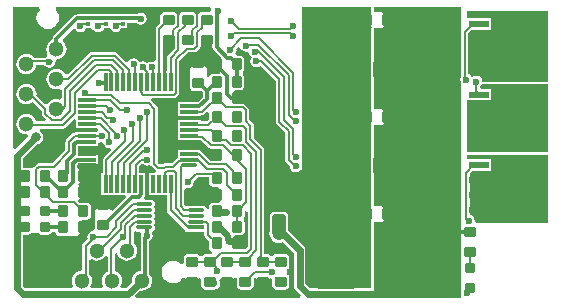
<source format=gtl>
G04*
G04 #@! TF.GenerationSoftware,Altium Limited,Altium Designer,18.0.11 (651)*
G04*
G04 Layer_Physical_Order=1*
G04 Layer_Color=255*
%FSLAX43Y43*%
%MOMM*%
G71*
G01*
G75*
%ADD10C,0.200*%
G04:AMPARAMS|DCode=37|XSize=1mm|YSize=0.9mm|CornerRadius=0.113mm|HoleSize=0mm|Usage=FLASHONLY|Rotation=90.000|XOffset=0mm|YOffset=0mm|HoleType=Round|Shape=RoundedRectangle|*
%AMROUNDEDRECTD37*
21,1,1.000,0.675,0,0,90.0*
21,1,0.775,0.900,0,0,90.0*
1,1,0.225,0.338,0.388*
1,1,0.225,0.338,-0.388*
1,1,0.225,-0.338,-0.388*
1,1,0.225,-0.338,0.388*
%
%ADD37ROUNDEDRECTD37*%
%ADD38R,0.300X0.300*%
G04:AMPARAMS|DCode=39|XSize=5mm|YSize=4mm|CornerRadius=1mm|HoleSize=0mm|Usage=FLASHONLY|Rotation=270.000|XOffset=0mm|YOffset=0mm|HoleType=Round|Shape=RoundedRectangle|*
%AMROUNDEDRECTD39*
21,1,5.000,2.000,0,0,270.0*
21,1,3.000,4.000,0,0,270.0*
1,1,2.000,-1.000,-1.500*
1,1,2.000,-1.000,1.500*
1,1,2.000,1.000,1.500*
1,1,2.000,1.000,-1.500*
%
%ADD39ROUNDEDRECTD39*%
G04:AMPARAMS|DCode=40|XSize=1mm|YSize=0.9mm|CornerRadius=0.113mm|HoleSize=0mm|Usage=FLASHONLY|Rotation=0.000|XOffset=0mm|YOffset=0mm|HoleType=Round|Shape=RoundedRectangle|*
%AMROUNDEDRECTD40*
21,1,1.000,0.675,0,0,0.0*
21,1,0.775,0.900,0,0,0.0*
1,1,0.225,0.388,-0.338*
1,1,0.225,-0.388,-0.338*
1,1,0.225,-0.388,0.338*
1,1,0.225,0.388,0.338*
%
%ADD40ROUNDEDRECTD40*%
G04:AMPARAMS|DCode=41|XSize=5mm|YSize=4mm|CornerRadius=1mm|HoleSize=0mm|Usage=FLASHONLY|Rotation=180.000|XOffset=0mm|YOffset=0mm|HoleType=Round|Shape=RoundedRectangle|*
%AMROUNDEDRECTD41*
21,1,5.000,2.000,0,0,180.0*
21,1,3.000,4.000,0,0,180.0*
1,1,2.000,-1.500,1.000*
1,1,2.000,1.500,1.000*
1,1,2.000,1.500,-1.000*
1,1,2.000,-1.500,-1.000*
%
%ADD41ROUNDEDRECTD41*%
%ADD42O,1.450X0.300*%
%ADD43R,1.450X0.300*%
%ADD44R,1.651X0.610*%
%ADD45R,4.623X4.521*%
G04:AMPARAMS|DCode=46|XSize=0.8mm|YSize=0.8mm|CornerRadius=0.1mm|HoleSize=0mm|Usage=FLASHONLY|Rotation=0.000|XOffset=0mm|YOffset=0mm|HoleType=Round|Shape=RoundedRectangle|*
%AMROUNDEDRECTD46*
21,1,0.800,0.600,0,0,0.0*
21,1,0.600,0.800,0,0,0.0*
1,1,0.200,0.300,-0.300*
1,1,0.200,-0.300,-0.300*
1,1,0.200,-0.300,0.300*
1,1,0.200,0.300,0.300*
%
%ADD46ROUNDEDRECTD46*%
G04:AMPARAMS|DCode=47|XSize=3.5mm|YSize=1.6mm|CornerRadius=0.2mm|HoleSize=0mm|Usage=FLASHONLY|Rotation=0.000|XOffset=0mm|YOffset=0mm|HoleType=Round|Shape=RoundedRectangle|*
%AMROUNDEDRECTD47*
21,1,3.500,1.200,0,0,0.0*
21,1,3.100,1.600,0,0,0.0*
1,1,0.400,1.550,-0.600*
1,1,0.400,-1.550,-0.600*
1,1,0.400,-1.550,0.600*
1,1,0.400,1.550,0.600*
%
%ADD47ROUNDEDRECTD47*%
G04:AMPARAMS|DCode=48|XSize=1.8mm|YSize=1.15mm|CornerRadius=0.144mm|HoleSize=0mm|Usage=FLASHONLY|Rotation=270.000|XOffset=0mm|YOffset=0mm|HoleType=Round|Shape=RoundedRectangle|*
%AMROUNDEDRECTD48*
21,1,1.800,0.863,0,0,270.0*
21,1,1.513,1.150,0,0,270.0*
1,1,0.288,-0.431,-0.756*
1,1,0.288,-0.431,0.756*
1,1,0.288,0.431,0.756*
1,1,0.288,0.431,-0.756*
%
%ADD48ROUNDEDRECTD48*%
G04:AMPARAMS|DCode=49|XSize=0.8mm|YSize=0.8mm|CornerRadius=0.1mm|HoleSize=0mm|Usage=FLASHONLY|Rotation=270.000|XOffset=0mm|YOffset=0mm|HoleType=Round|Shape=RoundedRectangle|*
%AMROUNDEDRECTD49*
21,1,0.800,0.600,0,0,270.0*
21,1,0.600,0.800,0,0,270.0*
1,1,0.200,-0.300,-0.300*
1,1,0.200,-0.300,0.300*
1,1,0.200,0.300,0.300*
1,1,0.200,0.300,-0.300*
%
%ADD49ROUNDEDRECTD49*%
%ADD50R,1.500X0.300*%
%ADD51R,0.300X1.500*%
%ADD52O,1.500X0.300*%
%ADD53C,0.500*%
%ADD54C,0.300*%
%ADD55C,0.575*%
%ADD56C,0.600*%
%ADD57C,1.300*%
%ADD58C,4.000*%
%ADD59C,0.600*%
%ADD60C,0.800*%
%ADD61C,0.700*%
%ADD62C,1.200*%
G36*
X16932Y24624D02*
X16885Y24451D01*
X16796Y24406D01*
X16163D01*
X16041Y24382D01*
X15937Y24313D01*
X15868Y24209D01*
X15852Y24128D01*
X15648D01*
X15632Y24209D01*
X15563Y24313D01*
X15459Y24382D01*
X15338Y24406D01*
X14563D01*
X14441Y24382D01*
X14337Y24313D01*
X14268Y24209D01*
X14252Y24128D01*
X14048D01*
X14032Y24209D01*
X13963Y24313D01*
X13859Y24382D01*
X13737Y24406D01*
X12962D01*
X12841Y24382D01*
X12737Y24313D01*
X12668Y24209D01*
X12644Y24087D01*
Y23501D01*
X12334Y23191D01*
X12267Y23092D01*
X12244Y22975D01*
X12244Y22975D01*
Y20327D01*
X12044Y20191D01*
X11950Y20210D01*
X11755Y20171D01*
X11702Y20135D01*
X11548Y20077D01*
X11400Y20136D01*
X11344Y20173D01*
X11149Y20212D01*
X10954Y20173D01*
X10761Y20272D01*
X10735Y20311D01*
X10569Y20422D01*
X10374Y20461D01*
X10179Y20422D01*
X10014Y20311D01*
X9958Y20228D01*
X9722Y20182D01*
X8988Y20916D01*
X8888Y20983D01*
X8771Y21006D01*
X8771Y21006D01*
X6829D01*
X6712Y20983D01*
X6613Y20916D01*
X4808Y19111D01*
X4607Y19131D01*
X4567Y19153D01*
X4446Y19311D01*
X4269Y19447D01*
X4062Y19533D01*
X3840Y19562D01*
X3618Y19533D01*
X3411Y19447D01*
X3234Y19311D01*
X3098Y19134D01*
X3012Y18927D01*
X2983Y18705D01*
X3012Y18483D01*
X3098Y18276D01*
X3234Y18099D01*
X3411Y17963D01*
X3618Y17877D01*
X3840Y17848D01*
X4062Y17877D01*
X4094Y17890D01*
X4294Y17757D01*
Y17113D01*
X4094Y16980D01*
X4062Y16993D01*
X3840Y17022D01*
X3618Y16993D01*
X3411Y16907D01*
X3234Y16771D01*
X3123Y16627D01*
X2899Y16568D01*
X2143Y17325D01*
X2157Y17435D01*
X2128Y17657D01*
X2042Y17864D01*
X1906Y18041D01*
X1729Y18177D01*
X1522Y18263D01*
X1300Y18292D01*
X1078Y18263D01*
X871Y18177D01*
X694Y18041D01*
X558Y17864D01*
X472Y17657D01*
X443Y17435D01*
X472Y17213D01*
X558Y17006D01*
X694Y16829D01*
X871Y16693D01*
X1078Y16607D01*
X1300Y16578D01*
X1522Y16607D01*
X1729Y16693D01*
X1831Y16771D01*
X2584Y16018D01*
Y15772D01*
X2584Y15771D01*
X2607Y15654D01*
X2674Y15555D01*
X2923Y15306D01*
X2847Y15121D01*
X2126D01*
X2042Y15324D01*
X1906Y15501D01*
X1729Y15637D01*
X1522Y15723D01*
X1300Y15752D01*
X1078Y15723D01*
X871Y15637D01*
X694Y15501D01*
X558Y15324D01*
X472Y15117D01*
X443Y14895D01*
X472Y14673D01*
X558Y14466D01*
X694Y14289D01*
X871Y14153D01*
X1078Y14067D01*
X1300Y14038D01*
X1339Y14043D01*
X1432Y13853D01*
X389Y12810D01*
X204Y12886D01*
Y24796D01*
X2359D01*
X2427Y24596D01*
X2422Y24593D01*
X2270Y24394D01*
X2174Y24163D01*
X2142Y23915D01*
X2174Y23667D01*
X2270Y23436D01*
X2422Y23237D01*
X2621Y23085D01*
X2852Y22989D01*
X3100Y22957D01*
X3348Y22989D01*
X3579Y23085D01*
X3778Y23237D01*
X3930Y23436D01*
X4026Y23667D01*
X4058Y23915D01*
X4026Y24163D01*
X3930Y24394D01*
X3778Y24593D01*
X3773Y24596D01*
X3841Y24796D01*
X16806D01*
X16932Y24624D01*
D02*
G37*
G36*
X17043Y21408D02*
X17070Y21271D01*
X17148Y21155D01*
X17739Y20564D01*
X17650Y20475D01*
Y19475D01*
X17748Y19377D01*
X17661Y19181D01*
X17063D01*
X16941Y19157D01*
X16837Y19088D01*
X16768Y18984D01*
X16750Y18893D01*
X16550Y18912D01*
Y19625D01*
X16350Y19825D01*
X15350D01*
X15150Y19625D01*
Y18825D01*
X15164Y18811D01*
X15144Y18712D01*
Y18037D01*
X15168Y17916D01*
X15237Y17812D01*
X15341Y17743D01*
X15462Y17719D01*
X16102D01*
X16243Y17577D01*
Y17203D01*
X15797Y16757D01*
X15050D01*
X15016Y16750D01*
X14100D01*
Y15550D01*
X16000D01*
Y15550D01*
X16159Y15648D01*
X16258Y15667D01*
X16357Y15734D01*
X16550Y15927D01*
X16744Y15838D01*
Y15301D01*
X16573Y15131D01*
X16270D01*
X16267Y15133D01*
X16160Y15154D01*
X16000Y15250D01*
X16000Y15250D01*
X16000Y15250D01*
X14100D01*
Y14550D01*
Y13550D01*
X15070D01*
X15100Y13544D01*
X15100Y13544D01*
X16040D01*
X16675Y12909D01*
X16675Y12909D01*
X16775Y12842D01*
X16892Y12819D01*
X17642D01*
X17650Y12800D01*
Y11806D01*
X16902D01*
X16141Y12566D01*
X16042Y12633D01*
X16000Y12641D01*
Y12750D01*
X14100D01*
Y12101D01*
X14047Y12066D01*
X14047Y12066D01*
X13587Y11606D01*
X13060D01*
X12943Y11583D01*
X12844Y11516D01*
X12844Y11516D01*
X12833Y11506D01*
X12603D01*
X12431Y11678D01*
Y15701D01*
X12431Y15701D01*
Y16199D01*
X12408Y16316D01*
X12341Y16415D01*
X12341Y16415D01*
X11865Y16891D01*
X11861Y16894D01*
X11921Y17094D01*
X13774D01*
X13774Y17094D01*
X13891Y17117D01*
X13991Y17184D01*
X14166Y17359D01*
X14166Y17359D01*
X14233Y17459D01*
X14256Y17576D01*
X14256Y17576D01*
Y20258D01*
X14992Y20994D01*
X15508D01*
X15508Y20994D01*
X15625Y21017D01*
X15725Y21084D01*
X15966Y21325D01*
X15966Y21325D01*
X16033Y21425D01*
X16056Y21542D01*
Y22300D01*
X17043D01*
Y21408D01*
D02*
G37*
G36*
X45500Y18500D02*
X39910D01*
X39871Y18695D01*
X39760Y18860D01*
X39595Y18971D01*
X39400Y19010D01*
X39205Y18971D01*
X39185Y18958D01*
X39029Y18874D01*
X38928Y19009D01*
X38910Y19035D01*
X38745Y19146D01*
X38717Y19152D01*
Y22573D01*
X39044Y22900D01*
X40644D01*
Y23910D01*
X38600D01*
Y24500D01*
X45500D01*
Y18500D01*
D02*
G37*
G36*
X13844Y21277D02*
X13284Y20716D01*
X13217Y20617D01*
X13194Y20500D01*
X13194Y20500D01*
Y19400D01*
X13150D01*
Y17706D01*
X12850D01*
Y18470D01*
X12856Y18500D01*
X12856Y18500D01*
Y22300D01*
X13844D01*
Y21277D01*
D02*
G37*
G36*
X5500Y15222D02*
Y14550D01*
X7262D01*
X7321Y14483D01*
X7330Y14378D01*
X7261Y14250D01*
X5500D01*
Y14250D01*
X5326Y14187D01*
X5302Y14183D01*
X5202Y14116D01*
X4684Y13598D01*
X4617Y13498D01*
X4594Y13381D01*
X4594Y13381D01*
Y12715D01*
X3485Y11606D01*
X2392D01*
X2392Y11606D01*
X2275Y11583D01*
X2175Y11516D01*
X2175Y11516D01*
X1934Y11275D01*
X1909Y11237D01*
X1901Y11231D01*
X1709Y11178D01*
X1664Y11179D01*
X1659Y11182D01*
X1538Y11206D01*
X1010D01*
Y11989D01*
X2200Y13179D01*
X2359Y13210D01*
X2558Y13343D01*
X2690Y13542D01*
X2737Y13776D01*
X2690Y14010D01*
X2558Y14208D01*
X2407Y14309D01*
X2460Y14509D01*
X4399D01*
X4399Y14509D01*
X4516Y14532D01*
X4615Y14599D01*
X5315Y15298D01*
X5500Y15222D01*
D02*
G37*
G36*
X39870Y18300D02*
X39890D01*
X39910Y18296D01*
X45500D01*
Y12500D01*
X38600D01*
Y16710D01*
X38625Y16900D01*
X40675D01*
Y17910D01*
X39777D01*
X39716Y18110D01*
X39760Y18139D01*
X39868Y18301D01*
X39870Y18300D01*
D02*
G37*
G36*
X30496Y24400D02*
X30512Y24322D01*
X30516Y24316D01*
X30400Y24200D01*
Y23200D01*
X30516Y23084D01*
X30512Y23078D01*
X30496Y23000D01*
Y20220D01*
X30492Y20200D01*
Y19000D01*
X30496Y18980D01*
Y16200D01*
X30512Y16122D01*
X30516Y16116D01*
X30400Y16000D01*
Y15000D01*
X30516Y14884D01*
X30512Y14878D01*
X30496Y14800D01*
Y12020D01*
X30492Y12000D01*
Y10800D01*
X30496Y10780D01*
Y8000D01*
X30512Y7922D01*
X30516Y7916D01*
X30400Y7800D01*
Y6800D01*
X30516Y6684D01*
X30512Y6678D01*
X30496Y6600D01*
Y985D01*
X25318D01*
X24922Y1381D01*
Y4200D01*
X24884Y4390D01*
X24776Y4551D01*
X23457Y5871D01*
Y7106D01*
X23430Y7240D01*
X23354Y7354D01*
X23240Y7430D01*
X23106Y7457D01*
X22244D01*
X22110Y7430D01*
X21996Y7354D01*
X21920Y7240D01*
X21893Y7106D01*
Y5841D01*
X21868Y5650D01*
X21896Y5441D01*
X21976Y5247D01*
X22104Y5079D01*
X22272Y4951D01*
X22466Y4871D01*
X22675Y4843D01*
X22884Y4871D01*
X23002Y4920D01*
X23928Y3994D01*
Y1275D01*
X23938Y1225D01*
X23928Y1175D01*
X23966Y985D01*
X24074Y824D01*
X24508Y389D01*
X24432Y204D01*
X10601D01*
X10525Y389D01*
X10944Y809D01*
X11065Y793D01*
X11287Y822D01*
X11494Y908D01*
X11671Y1044D01*
X11807Y1221D01*
X11893Y1428D01*
X11922Y1650D01*
X11893Y1872D01*
X11807Y2079D01*
X11692Y2229D01*
Y4969D01*
X11835Y5065D01*
X11946Y5230D01*
X11985Y5425D01*
X11946Y5620D01*
X11948Y5648D01*
X12025Y5862D01*
X12077Y5898D01*
X12155Y6013D01*
X12182Y6150D01*
X12155Y6287D01*
X12079Y6400D01*
X12155Y6513D01*
X12182Y6650D01*
X12155Y6787D01*
X12079Y6900D01*
X12155Y7013D01*
X12182Y7150D01*
X12155Y7287D01*
X12079Y7400D01*
X12155Y7513D01*
X12182Y7650D01*
X12155Y7787D01*
X12079Y7900D01*
X12155Y8013D01*
X12182Y8150D01*
X12155Y8287D01*
X12077Y8402D01*
X11962Y8480D01*
X11825Y8507D01*
X11318D01*
X11271Y8619D01*
X11255Y8707D01*
X11330Y8818D01*
X11346Y8900D01*
X11350D01*
Y8921D01*
X11357Y8955D01*
Y9850D01*
X11350Y9884D01*
Y10800D01*
X10856D01*
Y11316D01*
X11063Y11523D01*
X11140Y11515D01*
X11305Y11405D01*
X11501Y11366D01*
X11696Y11405D01*
X11909Y11335D01*
X12244Y11000D01*
X12236Y10931D01*
X12175Y10800D01*
X11650D01*
Y8900D01*
X13194D01*
Y7589D01*
X13194Y7589D01*
X13217Y7472D01*
X13284Y7372D01*
X14722Y5934D01*
X14725Y5932D01*
Y5800D01*
X16369D01*
Y5550D01*
X16369Y5550D01*
X16392Y5433D01*
X16459Y5334D01*
X16769Y5024D01*
Y4413D01*
X16793Y4291D01*
X16862Y4187D01*
X16966Y4118D01*
X17026Y4106D01*
X17006Y3906D01*
X16438D01*
X16316Y3882D01*
X16212Y3813D01*
X16186Y3774D01*
X16174Y3770D01*
X15976Y3770D01*
X15964Y3774D01*
X15938Y3813D01*
X15834Y3882D01*
X15713Y3906D01*
X14938D01*
X14816Y3882D01*
X14712Y3813D01*
X14643Y3709D01*
X14619Y3588D01*
Y3127D01*
X14419Y3059D01*
X14413Y3068D01*
X14214Y3220D01*
X13983Y3316D01*
X13735Y3348D01*
X13487Y3316D01*
X13256Y3220D01*
X13057Y3068D01*
X12905Y2869D01*
X12809Y2638D01*
X12777Y2390D01*
X12809Y2142D01*
X12905Y1911D01*
X13057Y1712D01*
X13256Y1560D01*
X13487Y1464D01*
X13735Y1432D01*
X13983Y1464D01*
X14214Y1560D01*
X14413Y1712D01*
X14507Y1835D01*
X14721Y1873D01*
X14762Y1863D01*
X14825Y1800D01*
X15825D01*
X15923Y1898D01*
X16119Y1811D01*
Y1212D01*
X16143Y1091D01*
X16212Y987D01*
X16316Y918D01*
X16438Y894D01*
X17213D01*
X17334Y918D01*
X17385Y952D01*
X17395Y954D01*
X17560Y1065D01*
X17671Y1230D01*
X17710Y1425D01*
X17671Y1620D01*
X17618Y1699D01*
X17774Y1826D01*
X17800Y1800D01*
X18800D01*
X18923Y1923D01*
X18993Y1911D01*
X19119Y1836D01*
Y1212D01*
X19143Y1091D01*
X19212Y987D01*
X19316Y918D01*
X19438Y894D01*
X20212D01*
X20334Y918D01*
X20438Y987D01*
X20507Y1091D01*
X20531Y1212D01*
Y1811D01*
X20681Y1944D01*
X20825Y1800D01*
X21825D01*
X21895Y1870D01*
X22070Y1777D01*
X22066Y1704D01*
X22065Y1700D01*
X22104Y1505D01*
X22119Y1483D01*
Y1212D01*
X22143Y1091D01*
X22212Y987D01*
X22316Y918D01*
X22438Y894D01*
X23213D01*
X23334Y918D01*
X23438Y987D01*
X23507Y1091D01*
X23531Y1212D01*
Y1888D01*
X23511Y1986D01*
X23525Y2000D01*
Y2800D01*
X23511Y2814D01*
X23531Y2912D01*
Y3588D01*
X23507Y3709D01*
X23438Y3813D01*
X23334Y3882D01*
X23213Y3906D01*
X22438D01*
X22316Y3882D01*
X22212Y3813D01*
X22186Y3774D01*
X22174Y3770D01*
X21976D01*
X21964Y3774D01*
X21938Y3813D01*
X21834Y3882D01*
X21712Y3906D01*
X21431D01*
Y12725D01*
X21431Y12725D01*
X21408Y12842D01*
X21341Y12941D01*
X21341Y12941D01*
X20556Y13727D01*
Y14750D01*
X20533Y14867D01*
X20466Y14966D01*
X20466Y14966D01*
X20156Y15277D01*
Y16083D01*
X20133Y16200D01*
X20066Y16300D01*
X20066Y16300D01*
X19825Y16541D01*
X19726Y16608D01*
X19608Y16631D01*
X19608Y16631D01*
X18850D01*
Y17625D01*
X18989Y17769D01*
X19438D01*
X19560Y17793D01*
X19663Y17862D01*
X19732Y17966D01*
X19756Y18088D01*
Y18863D01*
X19732Y18984D01*
X19663Y19088D01*
X19624Y19114D01*
X19620Y19126D01*
X19620Y19324D01*
X19624Y19336D01*
X19663Y19362D01*
X19732Y19466D01*
X19756Y19587D01*
Y20362D01*
X19732Y20484D01*
X19663Y20588D01*
X19559Y20657D01*
X19438Y20681D01*
X19104D01*
X18997Y20881D01*
X19047Y20956D01*
X19086Y21151D01*
X19062Y21271D01*
X19198Y21405D01*
X19398Y21357D01*
X19411Y21345D01*
X19514Y21191D01*
X19679Y21080D01*
X19874Y21041D01*
X19946Y21055D01*
X20096Y21032D01*
X20163Y20910D01*
X20179Y20830D01*
X20290Y20665D01*
X20413Y20582D01*
X20305Y20421D01*
X20266Y20226D01*
X20305Y20031D01*
X20416Y19866D01*
X20581Y19755D01*
X20776Y19716D01*
X20971Y19755D01*
X21118Y19853D01*
X22394Y18578D01*
Y15100D01*
X22394Y15100D01*
X22417Y14983D01*
X22484Y14884D01*
X23194Y14173D01*
Y11901D01*
X23194Y11901D01*
X23217Y11784D01*
X23284Y11685D01*
X23595Y11374D01*
X23590Y11350D01*
X23629Y11155D01*
X23740Y10990D01*
X23905Y10879D01*
X24100Y10840D01*
X24295Y10879D01*
X24460Y10990D01*
X24467Y11000D01*
X24600D01*
Y11301D01*
X24610Y11350D01*
X24600Y11399D01*
Y12101D01*
X24610Y12150D01*
X24600Y12199D01*
Y15076D01*
X24610Y15125D01*
X24600Y15174D01*
Y15876D01*
X24610Y15925D01*
X24600Y15974D01*
Y24796D01*
X30496D01*
Y24400D01*
D02*
G37*
G36*
X16769Y9912D02*
X16793Y9791D01*
X16862Y9687D01*
X16966Y9618D01*
X17087Y9594D01*
X17561D01*
X17675Y9425D01*
Y8425D01*
X17561Y8256D01*
X17087D01*
X16966Y8232D01*
X16862Y8163D01*
X16793Y8059D01*
X16769Y7938D01*
Y7735D01*
X16569Y7715D01*
X16555Y7787D01*
X16477Y7902D01*
X16362Y7980D01*
X16225Y8007D01*
X15075D01*
X14938Y7980D01*
X14903Y7956D01*
X14777D01*
X14656Y8077D01*
Y9349D01*
X14856Y9485D01*
X14951Y9466D01*
X15146Y9505D01*
X15311Y9615D01*
X15422Y9780D01*
X15461Y9975D01*
X15448Y10040D01*
X15802Y10394D01*
X16769D01*
Y9912D01*
D02*
G37*
G36*
X7700Y13390D02*
X7847Y13216D01*
X7854Y13180D01*
X7965Y13015D01*
X8130Y12904D01*
X8325Y12865D01*
X8399Y12880D01*
X8497Y12696D01*
X7862Y12060D01*
X7834Y12041D01*
X7767Y11942D01*
X7744Y11825D01*
Y10800D01*
X7650D01*
Y8900D01*
X9659D01*
X9736Y8715D01*
X8595Y7575D01*
X8475Y7625D01*
X8275Y7825D01*
X7275D01*
X7075Y7625D01*
Y6825D01*
X7089Y6811D01*
X7069Y6712D01*
Y6045D01*
X7068Y6036D01*
X7055Y6012D01*
X6916Y5848D01*
X6780Y5821D01*
X6615Y5711D01*
X6504Y5545D01*
X6466Y5350D01*
X6494Y5205D01*
X6089Y4800D01*
X6022Y4701D01*
X5999Y4584D01*
X5999Y4583D01*
Y2520D01*
X5985Y2507D01*
X5763Y2478D01*
X5556Y2392D01*
X5379Y2256D01*
X5243Y2079D01*
X5157Y1872D01*
X5128Y1650D01*
X5157Y1428D01*
X5243Y1221D01*
X5251Y1210D01*
X5153Y1010D01*
X1211D01*
X1010Y1211D01*
Y5544D01*
X1450D01*
X1567Y5567D01*
X1666Y5634D01*
X1677Y5650D01*
X2323D01*
X2334Y5634D01*
X2433Y5567D01*
X2550Y5544D01*
X3150D01*
X3267Y5567D01*
X3366Y5634D01*
X3433Y5733D01*
X3445Y5793D01*
X3744D01*
Y5763D01*
X3768Y5641D01*
X3837Y5537D01*
X3941Y5468D01*
X4062Y5444D01*
X4738D01*
X4836Y5464D01*
X4850Y5450D01*
X5650D01*
X5850Y5650D01*
Y6650D01*
X5964Y6819D01*
X6438D01*
X6559Y6843D01*
X6663Y6912D01*
X6732Y7016D01*
X6756Y7137D01*
Y7912D01*
X6732Y8034D01*
X6663Y8138D01*
X6559Y8207D01*
X6438Y8231D01*
X5826D01*
X5645Y8413D01*
X5650Y8425D01*
X5850Y8625D01*
Y9625D01*
X5663Y9813D01*
X5850Y10000D01*
Y11000D01*
X5650Y11200D01*
X5607D01*
Y11447D01*
X5703Y11543D01*
X6450D01*
X6484Y11550D01*
X7400D01*
Y12250D01*
X6484D01*
X6450Y12257D01*
X5882D01*
X5707Y12400D01*
Y13043D01*
X6450D01*
X6484Y13050D01*
X7400D01*
Y13277D01*
X7600Y13410D01*
X7700Y13390D01*
D02*
G37*
G36*
X45500Y6500D02*
X39421D01*
X39257Y6700D01*
X39262Y6726D01*
X39223Y6921D01*
X39113Y7086D01*
X38947Y7197D01*
X38830Y7220D01*
Y10673D01*
X39058Y10900D01*
X40675D01*
Y11910D01*
X38625D01*
X38600Y12100D01*
Y12296D01*
X45500D01*
Y6500D01*
D02*
G37*
G36*
X20019Y7476D02*
Y4493D01*
X19832Y4306D01*
X18875D01*
Y5300D01*
X18989Y5469D01*
X19082D01*
X19100Y5465D01*
X19118Y5469D01*
X19462D01*
X19584Y5493D01*
X19688Y5562D01*
X19757Y5666D01*
X19781Y5787D01*
Y6562D01*
X19757Y6684D01*
X19688Y6788D01*
X19688Y6937D01*
X19757Y7041D01*
X19781Y7162D01*
Y7557D01*
X19819Y7583D01*
X20019Y7476D01*
D02*
G37*
G36*
X10675Y5793D02*
X10879D01*
X10974Y5662D01*
X10999Y5593D01*
X10965Y5425D01*
X10986Y5322D01*
X10978Y5285D01*
Y2496D01*
X10843Y2478D01*
X10636Y2392D01*
X10459Y2256D01*
X10323Y2079D01*
X10237Y1872D01*
X10208Y1650D01*
X10224Y1530D01*
X9704Y1010D01*
X9357D01*
X9259Y1210D01*
X9267Y1221D01*
X9353Y1428D01*
X9382Y1650D01*
X9353Y1872D01*
X9267Y2079D01*
X9131Y2256D01*
X8954Y2392D01*
X8781Y2464D01*
Y3921D01*
X8967Y3968D01*
X9053Y3761D01*
X9189Y3584D01*
X9366Y3448D01*
X9573Y3362D01*
X9795Y3333D01*
X10017Y3362D01*
X10224Y3448D01*
X10401Y3584D01*
X10537Y3761D01*
X10623Y3968D01*
X10652Y4190D01*
X10623Y4412D01*
X10537Y4619D01*
X10401Y4796D01*
X10381Y4812D01*
Y5685D01*
X10439Y5735D01*
X10581Y5812D01*
X10675Y5793D01*
D02*
G37*
G36*
X8121Y3697D02*
X8169Y3672D01*
Y2423D01*
X8096Y2392D01*
X7919Y2256D01*
X7783Y2079D01*
X7697Y1872D01*
X7668Y1650D01*
X7697Y1428D01*
X7783Y1221D01*
X7791Y1210D01*
X7693Y1010D01*
X6817D01*
X6719Y1210D01*
X6727Y1221D01*
X6813Y1428D01*
X6842Y1650D01*
X6813Y1872D01*
X6727Y2079D01*
X6611Y2231D01*
Y3361D01*
X6811Y3459D01*
X6826Y3448D01*
X7033Y3362D01*
X7255Y3333D01*
X7477Y3362D01*
X7684Y3448D01*
X7861Y3584D01*
X7969Y3724D01*
X8121Y3697D01*
D02*
G37*
G36*
X38100Y18902D02*
X38079Y18870D01*
X38040Y18675D01*
X38079Y18480D01*
X38100Y18449D01*
Y204D01*
X30700D01*
Y6600D01*
X31400D01*
X31600Y6800D01*
Y7800D01*
X31400Y8000D01*
X30700D01*
Y14800D01*
X31400D01*
X31600Y15000D01*
Y16000D01*
X31400Y16200D01*
X30700D01*
Y23000D01*
X31400D01*
X31600Y23200D01*
Y24200D01*
X31400Y24400D01*
X30700D01*
Y24796D01*
X38100D01*
Y18902D01*
D02*
G37*
%LPC*%
G36*
X10975Y24335D02*
X10780Y24296D01*
X10647Y24207D01*
X6500D01*
X6500Y24207D01*
X6137D01*
X6137Y24207D01*
X5599D01*
X5462Y24180D01*
X5346Y24102D01*
X3588Y22344D01*
X3510Y22228D01*
X3483Y22091D01*
Y22017D01*
X3411Y21987D01*
X3234Y21851D01*
X3098Y21674D01*
X3012Y21467D01*
X2983Y21245D01*
X3012Y21023D01*
X3081Y20856D01*
X3068Y20754D01*
X3002Y20612D01*
X2890Y20536D01*
X2886Y20531D01*
X1945D01*
X1906Y20581D01*
X1729Y20717D01*
X1522Y20803D01*
X1300Y20832D01*
X1078Y20803D01*
X871Y20717D01*
X694Y20581D01*
X558Y20404D01*
X472Y20197D01*
X443Y19975D01*
X472Y19753D01*
X558Y19546D01*
X694Y19369D01*
X871Y19233D01*
X1078Y19147D01*
X1300Y19118D01*
X1522Y19147D01*
X1729Y19233D01*
X1906Y19369D01*
X2042Y19546D01*
X2128Y19753D01*
X2150Y19919D01*
X2820D01*
X2890Y19816D01*
X3055Y19705D01*
X3250Y19666D01*
X3445Y19705D01*
X3611Y19816D01*
X3721Y19981D01*
X3760Y20176D01*
X3756Y20197D01*
X3779Y20250D01*
X3920Y20398D01*
X4062Y20417D01*
X4269Y20503D01*
X4446Y20639D01*
X4582Y20816D01*
X4668Y21023D01*
X4697Y21245D01*
X4668Y21467D01*
X4582Y21674D01*
X4446Y21851D01*
X4413Y21877D01*
X4396Y22142D01*
X5217Y22963D01*
X5455Y22918D01*
X5507Y22840D01*
X5673Y22729D01*
X5868Y22690D01*
X6063Y22729D01*
X6228Y22840D01*
X6336Y23000D01*
X6797D01*
X6797Y23000D01*
X6797Y23000D01*
X6952Y22893D01*
X6987Y22857D01*
X7015Y22816D01*
X7180Y22705D01*
X7375Y22666D01*
X7570Y22705D01*
X7736Y22816D01*
X7846Y22981D01*
X7850Y23000D01*
X8350D01*
X8495Y22868D01*
X8515Y22840D01*
X8680Y22729D01*
X8875Y22690D01*
X9070Y22729D01*
X9235Y22840D01*
X9343Y23000D01*
X9850D01*
Y23493D01*
X10595D01*
X10615Y23465D01*
X10780Y23354D01*
X10975Y23315D01*
X11170Y23354D01*
X11336Y23465D01*
X11446Y23630D01*
X11485Y23825D01*
X11446Y24020D01*
X11336Y24185D01*
X11170Y24296D01*
X10975Y24335D01*
D02*
G37*
%LPD*%
D10*
X17425Y8858D02*
Y9150D01*
X15650Y6650D02*
X16475D01*
X16675Y6450D01*
Y5550D02*
Y6450D01*
X19125Y7637D02*
X19288D01*
X19125Y6400D02*
Y7637D01*
X20325Y4367D02*
Y12383D01*
X20725Y4201D02*
Y12549D01*
X21125Y3700D02*
Y12725D01*
X10983Y11876D02*
X11501D01*
X10550Y11442D02*
X10983Y11876D01*
X10550Y9900D02*
Y11442D01*
X11268Y12726D02*
X11701D01*
X10050Y11508D02*
X11268Y12726D01*
X10050Y9900D02*
Y11508D01*
X8925Y13850D02*
Y14091D01*
X7616Y15400D02*
X8925Y14091D01*
X8450Y15425D02*
X8600Y15275D01*
X8156Y15425D02*
X8450D01*
X7681Y15900D02*
X8156Y15425D01*
X20600Y21150D02*
X20820D01*
X23100Y15266D02*
X23900Y14466D01*
Y12350D02*
Y14466D01*
Y12350D02*
X24100Y12150D01*
X22700Y15100D02*
X23500Y14300D01*
Y11901D02*
Y14300D01*
Y11901D02*
X24051Y11350D01*
X24100D01*
X23900Y16125D02*
X24100Y15925D01*
X23900Y16125D02*
Y19201D01*
X24051Y15125D02*
X24100D01*
X23500Y15676D02*
X24051Y15125D01*
X23500Y15676D02*
Y16174D01*
X23500Y16174D01*
Y19036D01*
X18526Y21176D02*
X19501Y22151D01*
X23100Y15266D02*
Y18870D01*
X22700Y15100D02*
Y18704D01*
X14951Y9975D02*
X15675Y10700D01*
X14350Y7950D02*
Y11250D01*
X13950Y7775D02*
Y10724D01*
X39350Y17705D02*
X39650Y17405D01*
X7650Y13900D02*
X7700Y13850D01*
X2150Y9725D02*
X3550Y8325D01*
X7255Y4405D02*
X7410Y4250D01*
X6450Y15400D02*
X7616D01*
X8300Y13350D02*
Y14150D01*
X6450Y15900D02*
X7681D01*
X6450Y16400D02*
X8050D01*
X8374Y16076D01*
X8400Y16900D02*
X9225Y16075D01*
X6450Y16900D02*
X8400D01*
X1700Y20225D02*
X3425D01*
X11649Y16675D02*
X12125Y16199D01*
X9190Y16675D02*
X11649D01*
X12125Y11551D02*
Y15701D01*
X12125Y15701D01*
Y16199D01*
X8490Y17375D02*
X9190Y16675D01*
X6400Y17375D02*
X8490D01*
X9225Y16075D02*
X9800D01*
X8374Y16076D02*
X8375D01*
X6450Y14900D02*
X7550D01*
X8300Y14150D01*
X6450Y13900D02*
X7650D01*
X10300Y13455D02*
Y14800D01*
X8059Y11825D02*
X9675Y13441D01*
X8550Y11705D02*
X10300Y13455D01*
X8550Y9900D02*
Y11705D01*
X9050Y11639D02*
X10900Y13489D01*
X9050Y9900D02*
Y11639D01*
X9550Y11574D02*
X11501Y13524D01*
X9550Y9900D02*
Y11574D01*
X13226Y10900D02*
X13774D01*
X13050Y10724D02*
X13226Y10900D01*
X6305Y4584D02*
X7096Y5375D01*
X8100D02*
X8875Y6150D01*
X7096Y5375D02*
X8100D01*
X7541Y4250D02*
X9275Y5984D01*
X7410Y4250D02*
X7541D01*
X9675Y13441D02*
Y14300D01*
X11501Y13524D02*
Y15799D01*
X11500Y15800D02*
X11501Y15799D01*
X10900Y13489D02*
Y15350D01*
X8050Y11825D02*
X8059D01*
X8050Y9900D02*
Y11825D01*
X12960Y11200D02*
X13060Y11300D01*
X13714D01*
X11200Y17400D02*
X13774D01*
X11000Y17600D02*
X11200Y17400D01*
X11000Y17600D02*
Y18450D01*
X12125Y11551D02*
X12476Y11200D01*
X20250Y13600D02*
X21125Y12725D01*
X20250Y13600D02*
Y14750D01*
X19850Y15150D02*
X20250Y14750D01*
X19850Y15150D02*
Y16083D01*
X19608Y16325D02*
X19850Y16083D01*
Y13424D02*
X20725Y12549D01*
X19850Y13424D02*
Y14483D01*
X19608Y14725D02*
X19850Y14483D01*
X19608Y13100D02*
X20325Y12383D01*
X9275Y5984D02*
Y6534D01*
X8875Y6150D02*
Y6700D01*
X9475Y5325D02*
X9675Y5525D01*
X8475Y4325D02*
X9475Y5325D01*
X10075Y4595D02*
Y6203D01*
X10522Y6650D01*
X9275Y6534D02*
X10391Y7650D01*
X9675Y5525D02*
Y6369D01*
X8475Y1700D02*
Y4325D01*
X6305Y1970D02*
Y4584D01*
X12476Y11200D02*
X12960D01*
X13714Y11300D02*
X14264Y11850D01*
X7326Y19500D02*
X8274D01*
X5400Y17574D02*
X7326Y19500D01*
X5400Y15816D02*
Y17574D01*
X7161Y19900D02*
X8440D01*
X5000Y17739D02*
X7161Y19900D01*
X5000Y15981D02*
Y17739D01*
X6995Y20300D02*
X8606D01*
X4600Y17905D02*
X6995Y20300D01*
X6829Y20700D02*
X8771D01*
X4834Y18705D02*
X6829Y20700D01*
X3990Y18705D02*
X4834D01*
X4600Y16400D02*
Y17905D01*
X1400Y17635D02*
X2890Y16145D01*
X1400Y15095D02*
X1680Y14815D01*
X980D02*
X1680D01*
X4399D01*
X5400Y15816D01*
X13774Y10900D02*
X13950Y10724D01*
X17933Y11100D02*
X18300Y10733D01*
X16586Y11100D02*
X17933D01*
X18225Y11500D02*
X18775Y10950D01*
X16775Y11500D02*
X18225D01*
X15925Y12350D02*
X16775Y11500D01*
X15786Y11900D02*
X16586Y11100D01*
X15675Y10700D02*
X17325D01*
X17425Y10600D01*
X6225Y17550D02*
X6400Y17375D01*
X21000Y3575D02*
X21125Y3700D01*
X21000Y3575D02*
X21325Y3250D01*
X7255Y4190D02*
Y4405D01*
X19825Y3600D02*
X20124D01*
X16175Y14825D02*
X16700D01*
X16150Y14850D02*
X16175Y14825D01*
X15100Y14850D02*
X16150D01*
X16141Y15950D02*
X16916Y16725D01*
X15100Y15950D02*
X16141D01*
X13950Y17576D02*
Y20384D01*
X13774Y17400D02*
X13950Y17576D01*
X16700Y14825D02*
X17400Y15525D01*
X15050Y14900D02*
X15100Y14850D01*
X17000Y16725D02*
X17400Y17125D01*
X16916Y16725D02*
X17000D01*
X13350Y22050D02*
X13350Y22050D01*
Y20916D02*
Y22050D01*
X19501Y22151D02*
X20950D01*
X18850Y22575D02*
X23601D01*
X19275Y22975D02*
X23601D01*
X18600Y23650D02*
X19275Y22975D01*
X18600Y22325D02*
Y22325D01*
X17400Y17125D02*
X18200Y16325D01*
X19608D01*
X17400Y15525D02*
X18200Y14725D01*
X19608D01*
X18600Y13100D02*
X19608D01*
X17400Y13925D02*
Y13925D01*
Y13925D02*
X17800Y13525D01*
X18175D01*
X18600Y13100D01*
X17908Y13125D02*
X19925Y11108D01*
X16892Y13125D02*
X17908D01*
X16925Y14400D02*
X17400Y13925D01*
X16167Y13850D02*
X16892Y13125D01*
X15100Y13850D02*
X16167D01*
X18775Y10500D02*
Y10950D01*
X18300Y9750D02*
Y10733D01*
Y9750D02*
X19125Y8925D01*
X16717Y8150D02*
X17425Y8858D01*
X19925Y8275D02*
Y11108D01*
X19288Y7637D02*
X19925Y8275D01*
X15650Y8150D02*
X16717D01*
X16675Y5550D02*
X17425Y4800D01*
X17742Y4000D02*
X19958D01*
X16992Y3250D02*
X17742Y4000D01*
X2392Y11300D02*
X3612D01*
X2150Y11058D02*
X2392Y11300D01*
X2150Y9725D02*
Y11058D01*
X3612Y11300D02*
X4900Y12588D01*
X3550Y8325D02*
X5300D01*
X6100Y7525D01*
X14650Y7650D02*
X15650D01*
X14350Y7950D02*
X14650Y7650D01*
X14575Y7150D02*
X15650D01*
X13950Y7775D02*
X14575Y7150D01*
X13500Y7589D02*
X14939Y6150D01*
X13500Y7589D02*
Y9850D01*
X14939Y6150D02*
X15650D01*
X2890Y15771D02*
Y16145D01*
X8875Y6700D02*
X10325Y8150D01*
X10391Y7650D02*
X11250D01*
X9675Y6369D02*
X10456Y7150D01*
X11250D01*
X10522Y6650D02*
X11250D01*
X10325Y8150D02*
X11250D01*
X8475Y1700D02*
X8525Y1650D01*
X15100Y8150D02*
X15650D01*
X4900Y12588D02*
Y13381D01*
X5419Y13900D01*
X4234Y15215D02*
X5000Y15981D01*
X3447Y15215D02*
X4234D01*
X2890Y15771D02*
X3447Y15215D01*
X5419Y13900D02*
X6450D01*
X23650Y22975D02*
X23850Y23175D01*
X23601Y22975D02*
X23650D01*
X23601Y22975D02*
X23601Y22975D01*
X23601Y22575D02*
X23801Y22375D01*
X18600Y22325D02*
X18850Y22575D01*
X20950Y22151D02*
X23900Y19201D01*
X23801Y22375D02*
X23850D01*
X20911Y21625D02*
X23500Y19036D01*
X20820Y21150D02*
X23100Y18870D01*
X20175Y21625D02*
X20911D01*
X20776Y20226D02*
X21178D01*
X16725Y23750D02*
X16825Y23850D01*
X16425Y23450D02*
X16725Y23750D01*
X16825D01*
X16550D02*
X16725D01*
X16300D02*
X16550D01*
X16150Y23600D02*
X16300Y23750D01*
X16150Y23076D02*
Y23600D01*
X15750Y22676D02*
X16150Y23076D01*
X15750Y21542D02*
Y22676D01*
X15508Y21300D02*
X15750Y21542D01*
X14866Y21300D02*
X15508D01*
X15750Y23242D02*
Y24175D01*
X15350Y22842D02*
X15750Y23242D01*
X15350Y22225D02*
Y22842D01*
X15200Y22075D02*
X15350Y22225D01*
X15150Y22125D02*
X15200Y22075D01*
X15025Y22125D02*
X15150D01*
X14950Y22050D02*
X15025Y22125D01*
X13750Y22150D02*
Y22842D01*
X13650Y22050D02*
X13750Y22150D01*
X13350Y22050D02*
X13650D01*
X13750Y22842D02*
X14150Y23242D01*
X14687Y23312D02*
X15225Y23850D01*
X14150Y22676D02*
X14687Y23213D01*
Y23312D01*
X14150Y21150D02*
Y22676D01*
Y23242D02*
Y24225D01*
X13500Y20500D02*
X14150Y21150D01*
X13050Y20616D02*
X13350Y20916D01*
X13350Y23750D02*
X13625D01*
X13325D02*
X13350D01*
X12550Y22975D02*
X13325Y23750D01*
X12550Y18500D02*
Y22975D01*
X12050Y18500D02*
Y19700D01*
X1450Y19975D02*
X1700Y20225D01*
X19825Y1550D02*
X20675Y2400D01*
X22076D01*
X22650Y1725D02*
X22825Y1550D01*
X21325Y3250D02*
X22825D01*
X15100Y12350D02*
X15925D01*
X15050Y11900D02*
X15786D01*
X11149Y19625D02*
Y19702D01*
X11500Y18450D02*
Y19274D01*
X11149Y19625D02*
X11500Y19274D01*
X10450Y18500D02*
X10500Y18450D01*
X10450Y18500D02*
Y19875D01*
X10374Y19951D02*
X10450Y19875D01*
X13050Y18500D02*
Y20616D01*
X13500Y18450D02*
Y20500D01*
X13950Y20384D02*
X14866Y21300D01*
X13000Y18450D02*
X13050Y18500D01*
X14350Y11250D02*
X14500Y11400D01*
X13050Y9900D02*
Y10724D01*
X14264Y11850D02*
X15000D01*
X14500Y11400D02*
X15050D01*
X15000Y11850D02*
X15050Y11900D01*
X12000Y18450D02*
X12050Y18500D01*
X11450D02*
X11500Y18450D01*
X8771Y20700D02*
X9986Y19486D01*
X10000Y18450D02*
Y19451D01*
X5868Y23200D02*
X6018Y23350D01*
X8606Y20300D02*
X9450Y19456D01*
Y18500D02*
Y19456D01*
X8440Y19900D02*
X8950Y19390D01*
Y18500D02*
Y19390D01*
X8274Y19500D02*
X8500Y19274D01*
X6018Y23350D02*
X6500D01*
X8875Y23200D02*
X9025Y23350D01*
X9500D01*
X7375Y23176D02*
X7549Y23350D01*
X8000D01*
X6475Y23325D02*
X6500Y23350D01*
X39350Y17705D02*
Y18300D01*
X21178Y20226D02*
X22700Y18704D01*
X20600Y21150D02*
X20600Y21150D01*
X12500Y18450D02*
X12550Y18500D01*
X9450D02*
X9500Y18450D01*
X38875Y2700D02*
X38875Y2700D01*
Y4075D01*
X17400Y2500D02*
Y2675D01*
X16825Y3250D02*
X17400Y2675D01*
X15050Y15900D02*
X15100Y15950D01*
X15050Y14400D02*
X16925D01*
X20124Y3600D02*
X20725Y4201D01*
X19958Y4000D02*
X20325Y4367D01*
X19825Y3250D02*
Y3600D01*
X39116Y23405D02*
X39618D01*
X38525Y10800D02*
X39130Y11405D01*
X39650D01*
X38411Y22700D02*
X39116Y23405D01*
X38411Y18814D02*
Y22700D01*
Y18814D02*
X38550Y18675D01*
X9500Y9850D02*
X9550Y9900D01*
X9000Y9850D02*
X9050Y9900D01*
X8500Y9850D02*
X8550Y9900D01*
X8000Y9850D02*
X8050Y9900D01*
X10000Y9850D02*
X10050Y9900D01*
X10500Y9850D02*
X10550Y9900D01*
X38525Y6901D02*
Y10800D01*
Y6901D02*
X38700Y6726D01*
X15325Y3250D02*
X16825D01*
X16825Y3250D01*
X18325Y3250D02*
X19825D01*
X19825Y3250D01*
X38700Y6726D02*
X38752D01*
X15050Y13900D02*
X15100Y13850D01*
X15050Y12400D02*
X15100Y12350D01*
X8950Y18500D02*
X9000Y18450D01*
X8500D02*
Y19274D01*
X22625Y1725D02*
X22650D01*
X16825Y3250D02*
X16992D01*
X13000Y9850D02*
X13050Y9900D01*
X5985Y1650D02*
X6305Y1970D01*
X4365Y16165D02*
X4600Y16400D01*
X3990Y16165D02*
X4365D01*
D37*
X4400Y9125D02*
D03*
X6100D02*
D03*
X1200Y9125D02*
D03*
X2900D02*
D03*
X4400Y7525D02*
D03*
X6100D02*
D03*
X19100Y18475D02*
D03*
X17400D02*
D03*
X31850Y23700D02*
D03*
X30150D02*
D03*
X17425Y4800D02*
D03*
X19125D02*
D03*
X4400Y6150D02*
D03*
X6100D02*
D03*
X31850Y15500D02*
D03*
X30150D02*
D03*
X31850Y7300D02*
D03*
X30150D02*
D03*
X6100Y10500D02*
D03*
X4400D02*
D03*
X1200Y10500D02*
D03*
X2900D02*
D03*
X17400Y12300D02*
D03*
X19100D02*
D03*
X19100Y17125D02*
D03*
X17400D02*
D03*
X19100Y13925D02*
D03*
X17400D02*
D03*
X19125Y10300D02*
D03*
X17425D02*
D03*
X19100Y19975D02*
D03*
X17400D02*
D03*
X19100Y15525D02*
D03*
X17400D02*
D03*
X17425Y8925D02*
D03*
X19125D02*
D03*
X17425Y7550D02*
D03*
X19125D02*
D03*
X19125Y6175D02*
D03*
X17425D02*
D03*
D38*
X6500Y23850D02*
D03*
Y23350D02*
D03*
Y22850D02*
D03*
X8000Y23850D02*
D03*
Y23350D02*
D03*
Y22850D02*
D03*
X9500Y23850D02*
D03*
Y23350D02*
D03*
Y22850D02*
D03*
D39*
X43000Y21500D02*
D03*
X43000Y15500D02*
D03*
X43000Y9500D02*
D03*
D40*
X13350Y23750D02*
D03*
Y22050D02*
D03*
X38875Y5775D02*
D03*
Y4075D02*
D03*
X7775Y8075D02*
D03*
Y6375D02*
D03*
X15850Y20075D02*
D03*
Y18375D02*
D03*
X16550Y22050D02*
D03*
Y23750D02*
D03*
X14950Y22050D02*
D03*
Y23750D02*
D03*
X19825Y1550D02*
D03*
Y3250D02*
D03*
X18300Y3250D02*
D03*
Y1550D02*
D03*
X21325Y3250D02*
D03*
Y1550D02*
D03*
X16825Y1550D02*
D03*
Y3250D02*
D03*
X22825Y1550D02*
D03*
Y3250D02*
D03*
X15325Y3250D02*
D03*
Y1550D02*
D03*
D41*
X33500Y2975D02*
D03*
X27500Y2975D02*
D03*
D42*
X15650Y7150D02*
D03*
Y7650D02*
D03*
Y6650D02*
D03*
Y8150D02*
D03*
X11250Y7150D02*
D03*
Y6650D02*
D03*
Y8150D02*
D03*
Y7650D02*
D03*
Y6150D02*
D03*
D43*
X15650D02*
D03*
D44*
X39650Y10135D02*
D03*
Y11405D02*
D03*
Y7595D02*
D03*
Y8865D02*
D03*
Y17405D02*
D03*
Y16135D02*
D03*
Y14865D02*
D03*
Y13595D02*
D03*
X39618Y23405D02*
D03*
Y22135D02*
D03*
Y20865D02*
D03*
Y19595D02*
D03*
D45*
X35832Y9500D02*
D03*
Y15500D02*
D03*
X35800Y21500D02*
D03*
D46*
X1150Y7525D02*
D03*
X2850D02*
D03*
X1150Y6150D02*
D03*
X2850D02*
D03*
D47*
X32450Y19600D02*
D03*
X26850D02*
D03*
X32450Y11400D02*
D03*
X26850D02*
D03*
D48*
X25675Y6350D02*
D03*
X22675D02*
D03*
D49*
X38875Y2700D02*
D03*
Y1000D02*
D03*
D50*
X15050Y15900D02*
D03*
Y15400D02*
D03*
Y16900D02*
D03*
Y16400D02*
D03*
Y14400D02*
D03*
Y13900D02*
D03*
Y14900D02*
D03*
Y12900D02*
D03*
Y12400D02*
D03*
Y13400D02*
D03*
Y11900D02*
D03*
X6450Y16900D02*
D03*
Y15400D02*
D03*
Y14900D02*
D03*
Y16400D02*
D03*
Y15900D02*
D03*
Y13900D02*
D03*
Y13400D02*
D03*
Y14400D02*
D03*
Y12900D02*
D03*
Y12400D02*
D03*
Y11400D02*
D03*
Y11900D02*
D03*
D51*
X11500Y18450D02*
D03*
X12000D02*
D03*
X10500D02*
D03*
X11000D02*
D03*
X13000D02*
D03*
X13500D02*
D03*
X12500D02*
D03*
X11500Y9850D02*
D03*
X12000D02*
D03*
X11000D02*
D03*
X13000D02*
D03*
X13500D02*
D03*
X12500D02*
D03*
X9500Y18450D02*
D03*
X10000D02*
D03*
X8000D02*
D03*
X9000D02*
D03*
X8500D02*
D03*
X10000Y9850D02*
D03*
X10500D02*
D03*
X9000D02*
D03*
X9500D02*
D03*
X8500D02*
D03*
X8000D02*
D03*
D52*
X15050Y11400D02*
D03*
D53*
X17425Y6321D02*
X18325Y5420D01*
X17425Y6321D02*
Y6400D01*
X18325Y5075D02*
Y5420D01*
Y5075D02*
X18425Y4975D01*
D54*
X17400Y19854D02*
X18300Y18954D01*
X17400Y19854D02*
Y19975D01*
X18300Y17450D02*
Y18954D01*
X11475Y5425D02*
Y6150D01*
X11000Y1650D02*
X11335Y1985D01*
X4400Y10375D02*
X4750Y10725D01*
X5250Y9975D02*
Y11595D01*
X18308Y20500D02*
X18600D01*
X17400Y21408D02*
X18308Y20500D01*
X18600D02*
X19100Y20000D01*
Y19975D02*
Y20000D01*
X7900Y6375D02*
X10275Y8750D01*
X18625Y17125D02*
X19100D01*
X18300Y17450D02*
X18625Y17125D01*
X10275Y8750D02*
X10795D01*
X7950Y18400D02*
X8000Y18450D01*
X7475Y18400D02*
X7950D01*
X2850Y7525D02*
X2850Y7525D01*
X4400D01*
X2850Y6150D02*
X2850Y6150D01*
X4400D01*
X15945Y16400D02*
X16600Y17055D01*
X15050Y16400D02*
X15945D01*
X16600Y17055D02*
Y17725D01*
X15850Y18375D02*
X15950D01*
X16600Y17725D01*
X17225Y18350D01*
X19100Y19975D02*
X19100Y19975D01*
Y18475D02*
Y19975D01*
X17400Y21408D02*
Y24409D01*
X4350Y9125D02*
X4400D01*
X2975Y10500D02*
X4350Y9125D01*
X2900Y10500D02*
X2975D01*
X5200Y9925D02*
X5250Y9975D01*
X5200Y9921D02*
Y9925D01*
X4929Y9650D02*
X5200Y9921D01*
X4925Y9650D02*
X4929D01*
X4400Y9125D02*
X4925Y9650D01*
X4750Y11802D02*
X5348Y12400D01*
X4750Y10725D02*
Y11802D01*
X5250Y11595D02*
X5555Y11900D01*
X11335Y1985D02*
Y5285D01*
X11475Y5425D01*
X11250Y6150D02*
X11475D01*
X3840Y21245D02*
Y22091D01*
X5599Y23850D01*
X5350Y12400D02*
Y13195D01*
X5348Y12400D02*
X5350D01*
X5555Y11900D02*
X6450D01*
X5555Y13400D02*
X6450D01*
X5350Y13195D02*
X5555Y13400D01*
X11000Y1650D02*
X11065D01*
X17400Y24409D02*
X17491Y24500D01*
X9500Y23850D02*
X10950D01*
X10975Y23825D01*
X6500Y23850D02*
X6500Y23850D01*
X6137Y23850D02*
X6500D01*
X6137Y23850D02*
X6137Y23850D01*
X5599Y23850D02*
X6137D01*
X8000D02*
X9500D01*
X6500D02*
X8000D01*
X37175Y5775D02*
X38875D01*
X11000Y8955D02*
Y9850D01*
X10795Y8750D02*
X11000Y8955D01*
D55*
X32212Y488D02*
X35150Y3425D01*
X22675Y5950D02*
X24425Y4200D01*
Y1275D02*
Y4200D01*
X22675Y5950D02*
Y6250D01*
X25112Y488D02*
X32212D01*
X24425Y1175D02*
X25112Y488D01*
D56*
X17775Y7450D02*
X18175D01*
X500Y1000D02*
Y12200D01*
X16868Y12300D02*
X17400D01*
X16618Y12550D02*
X16868Y12300D01*
X500Y12200D02*
X2076Y13776D01*
X2125D01*
X1000Y500D02*
X9915D01*
X11065Y1650D01*
X500Y1000D02*
X1000Y500D01*
X19125Y4975D02*
X19125Y4975D01*
X18425Y4975D02*
X19125D01*
D57*
X5985Y1650D02*
D03*
X7255Y4190D02*
D03*
X11065Y1650D02*
D03*
X8525D02*
D03*
X12335Y4190D02*
D03*
X9795D02*
D03*
X3840Y21245D02*
D03*
Y18705D02*
D03*
X1300Y22515D02*
D03*
X3840Y16165D02*
D03*
Y13625D02*
D03*
X1300Y19975D02*
D03*
Y14895D02*
D03*
Y17435D02*
D03*
D58*
X43000Y21500D02*
D03*
X43000Y15500D02*
D03*
X43000Y9500D02*
D03*
X33500Y2975D02*
D03*
X27500Y2975D02*
D03*
D59*
X18175Y7450D02*
D03*
X23150Y7750D02*
D03*
X24100Y15125D02*
D03*
Y15925D02*
D03*
X19925Y17700D02*
D03*
X20300Y16675D02*
D03*
X14951Y9975D02*
D03*
X8375Y16076D02*
D03*
X9600Y14401D02*
D03*
X8600Y15275D02*
D03*
X7700Y13900D02*
D03*
X8950Y13925D02*
D03*
X9800Y16075D02*
D03*
X10250Y14875D02*
D03*
X8425Y8400D02*
D03*
X11525Y15950D02*
D03*
X10900Y15425D02*
D03*
X8325Y13375D02*
D03*
X7775Y12600D02*
D03*
X11501Y11876D02*
D03*
X12725Y11800D02*
D03*
X11501Y12676D02*
D03*
X19100Y5975D02*
D03*
X9475Y5325D02*
D03*
X10675Y5150D02*
D03*
X11725Y11100D02*
D03*
X1600Y4950D02*
D03*
X14550Y18350D02*
D03*
X15200Y17400D02*
D03*
X16450Y15425D02*
D03*
X18576Y21151D02*
D03*
X19874Y21551D02*
D03*
X18600Y22325D02*
D03*
X19100Y17125D02*
D03*
Y15525D02*
D03*
X16618Y12550D02*
D03*
X19100Y13925D02*
D03*
X15300Y4850D02*
D03*
X16350Y4375D02*
D03*
X4400Y3875D02*
D03*
X3100Y12200D02*
D03*
X7050Y9200D02*
D03*
X12400Y2700D02*
D03*
X6975Y5350D02*
D03*
X11475Y5425D02*
D03*
X13275Y6700D02*
D03*
X3250Y20176D02*
D03*
X3125Y3050D02*
D03*
X7225Y2900D02*
D03*
X7250Y1500D02*
D03*
X12650Y550D02*
D03*
X23850Y23175D02*
D03*
Y22375D02*
D03*
X20650Y21025D02*
D03*
X20776Y20226D02*
D03*
X18600Y23650D02*
D03*
X17491Y24500D02*
D03*
X16550Y23800D02*
D03*
X15100Y23850D02*
D03*
X10975Y23825D02*
D03*
X5200Y14500D02*
D03*
X4925Y22100D02*
D03*
X6050Y21100D02*
D03*
X2925Y22400D02*
D03*
X700Y21425D02*
D03*
X5450Y4825D02*
D03*
X1350Y3025D02*
D03*
X5275Y2900D02*
D03*
X16050Y13075D02*
D03*
X9150Y3150D02*
D03*
X23150Y8875D02*
D03*
X23150Y10025D02*
D03*
X23825Y6025D02*
D03*
X6225Y17550D02*
D03*
X7475Y18400D02*
D03*
X1525Y16175D02*
D03*
X3800Y17400D02*
D03*
X700Y13800D02*
D03*
X16175Y9900D02*
D03*
X14400Y13200D02*
D03*
X19900Y500D02*
D03*
X23600D02*
D03*
X11300D02*
D03*
X7050Y10700D02*
D03*
X4800Y1400D02*
D03*
X3100D02*
D03*
X1350Y1325D02*
D03*
X10675Y3150D02*
D03*
X22200Y12000D02*
D03*
X10050Y24500D02*
D03*
X11800Y20800D02*
D03*
X4750Y24250D02*
D03*
X1875Y12250D02*
D03*
X23625Y2375D02*
D03*
X20050Y3125D02*
D03*
X22076Y2400D02*
D03*
X22575Y1700D02*
D03*
X11149Y19702D02*
D03*
X10374Y19951D02*
D03*
X11950Y19700D02*
D03*
X5868Y23200D02*
D03*
X7375Y23176D02*
D03*
X8875Y23200D02*
D03*
X13525Y23850D02*
D03*
X12225D02*
D03*
X16500Y500D02*
D03*
X38625Y625D02*
D03*
X3125Y4775D02*
D03*
X19725Y4900D02*
D03*
X18425Y4975D02*
D03*
X24100Y11350D02*
D03*
X21775Y4750D02*
D03*
X5000Y20300D02*
D03*
X750Y18750D02*
D03*
Y24250D02*
D03*
X13500Y5000D02*
D03*
X9800Y2025D02*
D03*
X39400Y18500D02*
D03*
X38550Y18675D02*
D03*
X38752Y6726D02*
D03*
X24100Y12150D02*
D03*
X21075Y3250D02*
D03*
X17200Y1425D02*
D03*
X14000Y3700D02*
D03*
X17400Y2500D02*
D03*
D60*
X25600Y16100D02*
D03*
X26400Y19700D02*
D03*
X25600D02*
D03*
X2125Y13776D02*
D03*
X25600Y15300D02*
D03*
Y13700D02*
D03*
Y22100D02*
D03*
X26400Y7700D02*
D03*
Y8500D02*
D03*
Y9300D02*
D03*
Y10100D02*
D03*
X25600D02*
D03*
Y9300D02*
D03*
Y8500D02*
D03*
Y7700D02*
D03*
X26400Y13700D02*
D03*
Y14500D02*
D03*
Y15300D02*
D03*
Y16100D02*
D03*
X25600Y14500D02*
D03*
X26400Y20500D02*
D03*
Y21300D02*
D03*
Y22100D02*
D03*
X25600Y21300D02*
D03*
Y20500D02*
D03*
D61*
X39300Y7700D02*
D03*
X40100D02*
D03*
X39300Y8300D02*
D03*
X40100D02*
D03*
X39300Y8900D02*
D03*
X40100D02*
D03*
X39300Y9500D02*
D03*
X40100D02*
D03*
X39300Y10100D02*
D03*
X40100D02*
D03*
X39300Y13700D02*
D03*
X40100D02*
D03*
X39300Y14300D02*
D03*
X40100D02*
D03*
X39300Y14900D02*
D03*
X40100D02*
D03*
X39300Y15500D02*
D03*
X40100D02*
D03*
X39300Y16100D02*
D03*
X40100D02*
D03*
X39300Y19700D02*
D03*
X40100D02*
D03*
Y20300D02*
D03*
X39300D02*
D03*
Y20900D02*
D03*
X40100D02*
D03*
X39300Y21500D02*
D03*
X40100D02*
D03*
X40100Y22100D02*
D03*
X39300D02*
D03*
D62*
X22675Y5650D02*
D03*
M02*

</source>
